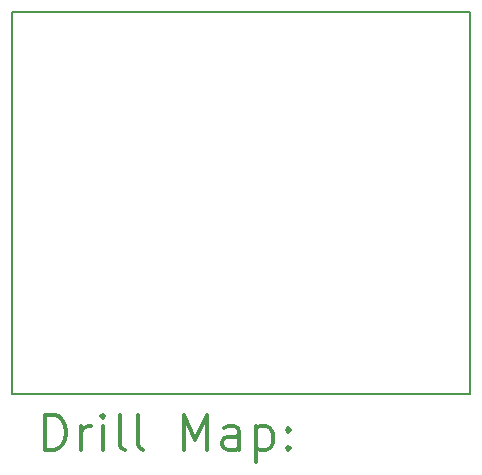
<source format=gbr>
%FSLAX45Y45*%
G04 Gerber Fmt 4.5, Leading zero omitted, Abs format (unit mm)*
G04 Created by KiCad (PCBNEW (5.0.2)-1) date 18/12/2018 17:17:58*
%MOMM*%
%LPD*%
G01*
G04 APERTURE LIST*
%ADD10C,0.150000*%
%ADD11C,0.200000*%
%ADD12C,0.300000*%
G04 APERTURE END LIST*
D10*
X13335000Y-12065000D02*
X13335000Y-8826500D01*
X17208500Y-12065000D02*
X17208500Y-8826500D01*
X17208500Y-8826500D02*
X13335000Y-8826500D01*
X13335000Y-12065000D02*
X17208500Y-12065000D01*
D11*
D12*
X13613928Y-12538214D02*
X13613928Y-12238214D01*
X13685357Y-12238214D01*
X13728214Y-12252500D01*
X13756786Y-12281071D01*
X13771071Y-12309643D01*
X13785357Y-12366786D01*
X13785357Y-12409643D01*
X13771071Y-12466786D01*
X13756786Y-12495357D01*
X13728214Y-12523929D01*
X13685357Y-12538214D01*
X13613928Y-12538214D01*
X13913928Y-12538214D02*
X13913928Y-12338214D01*
X13913928Y-12395357D02*
X13928214Y-12366786D01*
X13942500Y-12352500D01*
X13971071Y-12338214D01*
X13999643Y-12338214D01*
X14099643Y-12538214D02*
X14099643Y-12338214D01*
X14099643Y-12238214D02*
X14085357Y-12252500D01*
X14099643Y-12266786D01*
X14113928Y-12252500D01*
X14099643Y-12238214D01*
X14099643Y-12266786D01*
X14285357Y-12538214D02*
X14256786Y-12523929D01*
X14242500Y-12495357D01*
X14242500Y-12238214D01*
X14442500Y-12538214D02*
X14413928Y-12523929D01*
X14399643Y-12495357D01*
X14399643Y-12238214D01*
X14785357Y-12538214D02*
X14785357Y-12238214D01*
X14885357Y-12452500D01*
X14985357Y-12238214D01*
X14985357Y-12538214D01*
X15256786Y-12538214D02*
X15256786Y-12381071D01*
X15242500Y-12352500D01*
X15213928Y-12338214D01*
X15156786Y-12338214D01*
X15128214Y-12352500D01*
X15256786Y-12523929D02*
X15228214Y-12538214D01*
X15156786Y-12538214D01*
X15128214Y-12523929D01*
X15113928Y-12495357D01*
X15113928Y-12466786D01*
X15128214Y-12438214D01*
X15156786Y-12423929D01*
X15228214Y-12423929D01*
X15256786Y-12409643D01*
X15399643Y-12338214D02*
X15399643Y-12638214D01*
X15399643Y-12352500D02*
X15428214Y-12338214D01*
X15485357Y-12338214D01*
X15513928Y-12352500D01*
X15528214Y-12366786D01*
X15542500Y-12395357D01*
X15542500Y-12481071D01*
X15528214Y-12509643D01*
X15513928Y-12523929D01*
X15485357Y-12538214D01*
X15428214Y-12538214D01*
X15399643Y-12523929D01*
X15671071Y-12509643D02*
X15685357Y-12523929D01*
X15671071Y-12538214D01*
X15656786Y-12523929D01*
X15671071Y-12509643D01*
X15671071Y-12538214D01*
X15671071Y-12352500D02*
X15685357Y-12366786D01*
X15671071Y-12381071D01*
X15656786Y-12366786D01*
X15671071Y-12352500D01*
X15671071Y-12381071D01*
M02*

</source>
